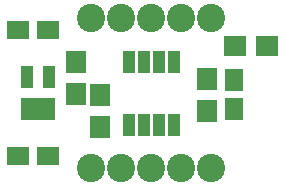
<source format=gbr>
G04 #@! TF.GenerationSoftware,KiCad,Pcbnew,(5.0.0-rc2-dev-444-g2974a2c10)*
G04 #@! TF.CreationDate,2018-10-06T13:39:59-07:00*
G04 #@! TF.ProjectId,2018-08-20 analog Trinket sub,323031382D30382D323020616E616C6F,rev?*
G04 #@! TF.SameCoordinates,Original*
G04 #@! TF.FileFunction,Soldermask,Top*
G04 #@! TF.FilePolarity,Negative*
%FSLAX46Y46*%
G04 Gerber Fmt 4.6, Leading zero omitted, Abs format (unit mm)*
G04 Created by KiCad (PCBNEW (5.0.0-rc2-dev-444-g2974a2c10)) date 10/06/18 13:39:59*
%MOMM*%
%LPD*%
G01*
G04 APERTURE LIST*
%ADD10C,2.400000*%
%ADD11R,1.900000X1.650000*%
%ADD12R,1.900000X1.700000*%
%ADD13R,1.700000X1.900000*%
%ADD14R,1.650000X1.900000*%
%ADD15R,1.000000X1.950000*%
%ADD16R,1.050000X1.960000*%
G04 APERTURE END LIST*
D10*
X223870001Y-56145001D03*
X223870001Y-68845001D03*
X226410001Y-56145001D03*
X226410001Y-68845001D03*
X228950001Y-56145001D03*
X228950001Y-68845001D03*
X231490001Y-56145001D03*
X231490001Y-68845001D03*
X234030001Y-56145001D03*
X234030001Y-68845001D03*
D11*
X220200000Y-67800000D03*
X217700000Y-67800000D03*
D12*
X236050000Y-58500000D03*
X238750000Y-58500000D03*
D13*
X233700000Y-61250000D03*
X233700000Y-63950000D03*
D14*
X236000000Y-63850000D03*
X236000000Y-61350000D03*
D11*
X220200000Y-57100000D03*
X217700000Y-57100000D03*
D15*
X227095000Y-59800000D03*
X228365000Y-59800000D03*
X229635000Y-59800000D03*
X230905000Y-59800000D03*
X230905000Y-65200000D03*
X229635000Y-65200000D03*
X228365000Y-65200000D03*
X227095000Y-65200000D03*
D16*
X218450000Y-61100000D03*
X220350000Y-61100000D03*
X220350000Y-63800000D03*
X219400000Y-63800000D03*
X218450000Y-63800000D03*
D13*
X222631000Y-62564000D03*
X222631000Y-59864000D03*
X224663000Y-65358000D03*
X224663000Y-62658000D03*
M02*

</source>
